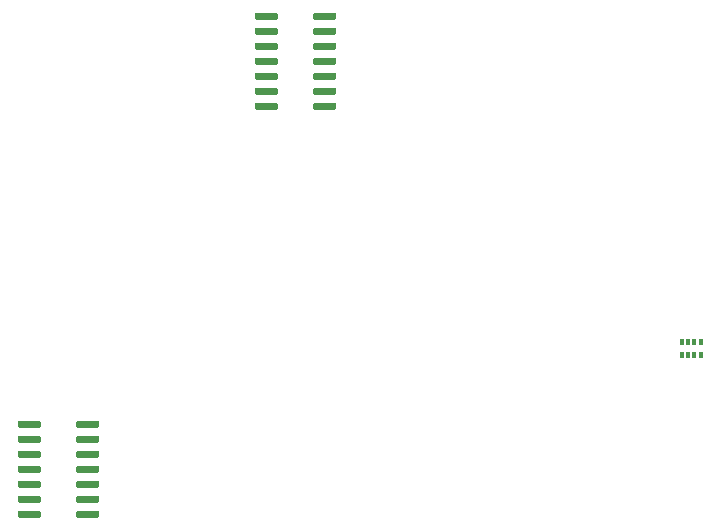
<source format=gbp>
G04 #@! TF.GenerationSoftware,KiCad,Pcbnew,(5.1.2)-1*
G04 #@! TF.CreationDate,2019-07-19T10:40:57+09:00*
G04 #@! TF.ProjectId,Chip_da_Tunetaro,43686970-5f64-4615-9f54-756e65746172,rev?*
G04 #@! TF.SameCoordinates,Original*
G04 #@! TF.FileFunction,Paste,Bot*
G04 #@! TF.FilePolarity,Positive*
%FSLAX46Y46*%
G04 Gerber Fmt 4.6, Leading zero omitted, Abs format (unit mm)*
G04 Created by KiCad (PCBNEW (5.1.2)-1) date 2019-07-19 10:40:57*
%MOMM*%
%LPD*%
G04 APERTURE LIST*
%ADD10R,0.400000X0.600000*%
%ADD11R,0.300000X0.600000*%
%ADD12C,0.100000*%
%ADD13C,0.600000*%
G04 APERTURE END LIST*
D10*
X160800000Y-112700000D03*
D11*
X160250000Y-112700000D03*
X159750000Y-112700000D03*
D10*
X159200000Y-112700000D03*
X159200000Y-113800000D03*
D11*
X159750000Y-113800000D03*
X160250000Y-113800000D03*
D10*
X160800000Y-113800000D03*
D12*
G36*
X109740703Y-126954722D02*
G01*
X109755264Y-126956882D01*
X109769543Y-126960459D01*
X109783403Y-126965418D01*
X109796710Y-126971712D01*
X109809336Y-126979280D01*
X109821159Y-126988048D01*
X109832066Y-126997934D01*
X109841952Y-127008841D01*
X109850720Y-127020664D01*
X109858288Y-127033290D01*
X109864582Y-127046597D01*
X109869541Y-127060457D01*
X109873118Y-127074736D01*
X109875278Y-127089297D01*
X109876000Y-127104000D01*
X109876000Y-127404000D01*
X109875278Y-127418703D01*
X109873118Y-127433264D01*
X109869541Y-127447543D01*
X109864582Y-127461403D01*
X109858288Y-127474710D01*
X109850720Y-127487336D01*
X109841952Y-127499159D01*
X109832066Y-127510066D01*
X109821159Y-127519952D01*
X109809336Y-127528720D01*
X109796710Y-127536288D01*
X109783403Y-127542582D01*
X109769543Y-127547541D01*
X109755264Y-127551118D01*
X109740703Y-127553278D01*
X109726000Y-127554000D01*
X108076000Y-127554000D01*
X108061297Y-127553278D01*
X108046736Y-127551118D01*
X108032457Y-127547541D01*
X108018597Y-127542582D01*
X108005290Y-127536288D01*
X107992664Y-127528720D01*
X107980841Y-127519952D01*
X107969934Y-127510066D01*
X107960048Y-127499159D01*
X107951280Y-127487336D01*
X107943712Y-127474710D01*
X107937418Y-127461403D01*
X107932459Y-127447543D01*
X107928882Y-127433264D01*
X107926722Y-127418703D01*
X107926000Y-127404000D01*
X107926000Y-127104000D01*
X107926722Y-127089297D01*
X107928882Y-127074736D01*
X107932459Y-127060457D01*
X107937418Y-127046597D01*
X107943712Y-127033290D01*
X107951280Y-127020664D01*
X107960048Y-127008841D01*
X107969934Y-126997934D01*
X107980841Y-126988048D01*
X107992664Y-126979280D01*
X108005290Y-126971712D01*
X108018597Y-126965418D01*
X108032457Y-126960459D01*
X108046736Y-126956882D01*
X108061297Y-126954722D01*
X108076000Y-126954000D01*
X109726000Y-126954000D01*
X109740703Y-126954722D01*
X109740703Y-126954722D01*
G37*
D13*
X108901000Y-127254000D03*
D12*
G36*
X109740703Y-125684722D02*
G01*
X109755264Y-125686882D01*
X109769543Y-125690459D01*
X109783403Y-125695418D01*
X109796710Y-125701712D01*
X109809336Y-125709280D01*
X109821159Y-125718048D01*
X109832066Y-125727934D01*
X109841952Y-125738841D01*
X109850720Y-125750664D01*
X109858288Y-125763290D01*
X109864582Y-125776597D01*
X109869541Y-125790457D01*
X109873118Y-125804736D01*
X109875278Y-125819297D01*
X109876000Y-125834000D01*
X109876000Y-126134000D01*
X109875278Y-126148703D01*
X109873118Y-126163264D01*
X109869541Y-126177543D01*
X109864582Y-126191403D01*
X109858288Y-126204710D01*
X109850720Y-126217336D01*
X109841952Y-126229159D01*
X109832066Y-126240066D01*
X109821159Y-126249952D01*
X109809336Y-126258720D01*
X109796710Y-126266288D01*
X109783403Y-126272582D01*
X109769543Y-126277541D01*
X109755264Y-126281118D01*
X109740703Y-126283278D01*
X109726000Y-126284000D01*
X108076000Y-126284000D01*
X108061297Y-126283278D01*
X108046736Y-126281118D01*
X108032457Y-126277541D01*
X108018597Y-126272582D01*
X108005290Y-126266288D01*
X107992664Y-126258720D01*
X107980841Y-126249952D01*
X107969934Y-126240066D01*
X107960048Y-126229159D01*
X107951280Y-126217336D01*
X107943712Y-126204710D01*
X107937418Y-126191403D01*
X107932459Y-126177543D01*
X107928882Y-126163264D01*
X107926722Y-126148703D01*
X107926000Y-126134000D01*
X107926000Y-125834000D01*
X107926722Y-125819297D01*
X107928882Y-125804736D01*
X107932459Y-125790457D01*
X107937418Y-125776597D01*
X107943712Y-125763290D01*
X107951280Y-125750664D01*
X107960048Y-125738841D01*
X107969934Y-125727934D01*
X107980841Y-125718048D01*
X107992664Y-125709280D01*
X108005290Y-125701712D01*
X108018597Y-125695418D01*
X108032457Y-125690459D01*
X108046736Y-125686882D01*
X108061297Y-125684722D01*
X108076000Y-125684000D01*
X109726000Y-125684000D01*
X109740703Y-125684722D01*
X109740703Y-125684722D01*
G37*
D13*
X108901000Y-125984000D03*
D12*
G36*
X109740703Y-124414722D02*
G01*
X109755264Y-124416882D01*
X109769543Y-124420459D01*
X109783403Y-124425418D01*
X109796710Y-124431712D01*
X109809336Y-124439280D01*
X109821159Y-124448048D01*
X109832066Y-124457934D01*
X109841952Y-124468841D01*
X109850720Y-124480664D01*
X109858288Y-124493290D01*
X109864582Y-124506597D01*
X109869541Y-124520457D01*
X109873118Y-124534736D01*
X109875278Y-124549297D01*
X109876000Y-124564000D01*
X109876000Y-124864000D01*
X109875278Y-124878703D01*
X109873118Y-124893264D01*
X109869541Y-124907543D01*
X109864582Y-124921403D01*
X109858288Y-124934710D01*
X109850720Y-124947336D01*
X109841952Y-124959159D01*
X109832066Y-124970066D01*
X109821159Y-124979952D01*
X109809336Y-124988720D01*
X109796710Y-124996288D01*
X109783403Y-125002582D01*
X109769543Y-125007541D01*
X109755264Y-125011118D01*
X109740703Y-125013278D01*
X109726000Y-125014000D01*
X108076000Y-125014000D01*
X108061297Y-125013278D01*
X108046736Y-125011118D01*
X108032457Y-125007541D01*
X108018597Y-125002582D01*
X108005290Y-124996288D01*
X107992664Y-124988720D01*
X107980841Y-124979952D01*
X107969934Y-124970066D01*
X107960048Y-124959159D01*
X107951280Y-124947336D01*
X107943712Y-124934710D01*
X107937418Y-124921403D01*
X107932459Y-124907543D01*
X107928882Y-124893264D01*
X107926722Y-124878703D01*
X107926000Y-124864000D01*
X107926000Y-124564000D01*
X107926722Y-124549297D01*
X107928882Y-124534736D01*
X107932459Y-124520457D01*
X107937418Y-124506597D01*
X107943712Y-124493290D01*
X107951280Y-124480664D01*
X107960048Y-124468841D01*
X107969934Y-124457934D01*
X107980841Y-124448048D01*
X107992664Y-124439280D01*
X108005290Y-124431712D01*
X108018597Y-124425418D01*
X108032457Y-124420459D01*
X108046736Y-124416882D01*
X108061297Y-124414722D01*
X108076000Y-124414000D01*
X109726000Y-124414000D01*
X109740703Y-124414722D01*
X109740703Y-124414722D01*
G37*
D13*
X108901000Y-124714000D03*
D12*
G36*
X109740703Y-123144722D02*
G01*
X109755264Y-123146882D01*
X109769543Y-123150459D01*
X109783403Y-123155418D01*
X109796710Y-123161712D01*
X109809336Y-123169280D01*
X109821159Y-123178048D01*
X109832066Y-123187934D01*
X109841952Y-123198841D01*
X109850720Y-123210664D01*
X109858288Y-123223290D01*
X109864582Y-123236597D01*
X109869541Y-123250457D01*
X109873118Y-123264736D01*
X109875278Y-123279297D01*
X109876000Y-123294000D01*
X109876000Y-123594000D01*
X109875278Y-123608703D01*
X109873118Y-123623264D01*
X109869541Y-123637543D01*
X109864582Y-123651403D01*
X109858288Y-123664710D01*
X109850720Y-123677336D01*
X109841952Y-123689159D01*
X109832066Y-123700066D01*
X109821159Y-123709952D01*
X109809336Y-123718720D01*
X109796710Y-123726288D01*
X109783403Y-123732582D01*
X109769543Y-123737541D01*
X109755264Y-123741118D01*
X109740703Y-123743278D01*
X109726000Y-123744000D01*
X108076000Y-123744000D01*
X108061297Y-123743278D01*
X108046736Y-123741118D01*
X108032457Y-123737541D01*
X108018597Y-123732582D01*
X108005290Y-123726288D01*
X107992664Y-123718720D01*
X107980841Y-123709952D01*
X107969934Y-123700066D01*
X107960048Y-123689159D01*
X107951280Y-123677336D01*
X107943712Y-123664710D01*
X107937418Y-123651403D01*
X107932459Y-123637543D01*
X107928882Y-123623264D01*
X107926722Y-123608703D01*
X107926000Y-123594000D01*
X107926000Y-123294000D01*
X107926722Y-123279297D01*
X107928882Y-123264736D01*
X107932459Y-123250457D01*
X107937418Y-123236597D01*
X107943712Y-123223290D01*
X107951280Y-123210664D01*
X107960048Y-123198841D01*
X107969934Y-123187934D01*
X107980841Y-123178048D01*
X107992664Y-123169280D01*
X108005290Y-123161712D01*
X108018597Y-123155418D01*
X108032457Y-123150459D01*
X108046736Y-123146882D01*
X108061297Y-123144722D01*
X108076000Y-123144000D01*
X109726000Y-123144000D01*
X109740703Y-123144722D01*
X109740703Y-123144722D01*
G37*
D13*
X108901000Y-123444000D03*
D12*
G36*
X109740703Y-121874722D02*
G01*
X109755264Y-121876882D01*
X109769543Y-121880459D01*
X109783403Y-121885418D01*
X109796710Y-121891712D01*
X109809336Y-121899280D01*
X109821159Y-121908048D01*
X109832066Y-121917934D01*
X109841952Y-121928841D01*
X109850720Y-121940664D01*
X109858288Y-121953290D01*
X109864582Y-121966597D01*
X109869541Y-121980457D01*
X109873118Y-121994736D01*
X109875278Y-122009297D01*
X109876000Y-122024000D01*
X109876000Y-122324000D01*
X109875278Y-122338703D01*
X109873118Y-122353264D01*
X109869541Y-122367543D01*
X109864582Y-122381403D01*
X109858288Y-122394710D01*
X109850720Y-122407336D01*
X109841952Y-122419159D01*
X109832066Y-122430066D01*
X109821159Y-122439952D01*
X109809336Y-122448720D01*
X109796710Y-122456288D01*
X109783403Y-122462582D01*
X109769543Y-122467541D01*
X109755264Y-122471118D01*
X109740703Y-122473278D01*
X109726000Y-122474000D01*
X108076000Y-122474000D01*
X108061297Y-122473278D01*
X108046736Y-122471118D01*
X108032457Y-122467541D01*
X108018597Y-122462582D01*
X108005290Y-122456288D01*
X107992664Y-122448720D01*
X107980841Y-122439952D01*
X107969934Y-122430066D01*
X107960048Y-122419159D01*
X107951280Y-122407336D01*
X107943712Y-122394710D01*
X107937418Y-122381403D01*
X107932459Y-122367543D01*
X107928882Y-122353264D01*
X107926722Y-122338703D01*
X107926000Y-122324000D01*
X107926000Y-122024000D01*
X107926722Y-122009297D01*
X107928882Y-121994736D01*
X107932459Y-121980457D01*
X107937418Y-121966597D01*
X107943712Y-121953290D01*
X107951280Y-121940664D01*
X107960048Y-121928841D01*
X107969934Y-121917934D01*
X107980841Y-121908048D01*
X107992664Y-121899280D01*
X108005290Y-121891712D01*
X108018597Y-121885418D01*
X108032457Y-121880459D01*
X108046736Y-121876882D01*
X108061297Y-121874722D01*
X108076000Y-121874000D01*
X109726000Y-121874000D01*
X109740703Y-121874722D01*
X109740703Y-121874722D01*
G37*
D13*
X108901000Y-122174000D03*
D12*
G36*
X109740703Y-120604722D02*
G01*
X109755264Y-120606882D01*
X109769543Y-120610459D01*
X109783403Y-120615418D01*
X109796710Y-120621712D01*
X109809336Y-120629280D01*
X109821159Y-120638048D01*
X109832066Y-120647934D01*
X109841952Y-120658841D01*
X109850720Y-120670664D01*
X109858288Y-120683290D01*
X109864582Y-120696597D01*
X109869541Y-120710457D01*
X109873118Y-120724736D01*
X109875278Y-120739297D01*
X109876000Y-120754000D01*
X109876000Y-121054000D01*
X109875278Y-121068703D01*
X109873118Y-121083264D01*
X109869541Y-121097543D01*
X109864582Y-121111403D01*
X109858288Y-121124710D01*
X109850720Y-121137336D01*
X109841952Y-121149159D01*
X109832066Y-121160066D01*
X109821159Y-121169952D01*
X109809336Y-121178720D01*
X109796710Y-121186288D01*
X109783403Y-121192582D01*
X109769543Y-121197541D01*
X109755264Y-121201118D01*
X109740703Y-121203278D01*
X109726000Y-121204000D01*
X108076000Y-121204000D01*
X108061297Y-121203278D01*
X108046736Y-121201118D01*
X108032457Y-121197541D01*
X108018597Y-121192582D01*
X108005290Y-121186288D01*
X107992664Y-121178720D01*
X107980841Y-121169952D01*
X107969934Y-121160066D01*
X107960048Y-121149159D01*
X107951280Y-121137336D01*
X107943712Y-121124710D01*
X107937418Y-121111403D01*
X107932459Y-121097543D01*
X107928882Y-121083264D01*
X107926722Y-121068703D01*
X107926000Y-121054000D01*
X107926000Y-120754000D01*
X107926722Y-120739297D01*
X107928882Y-120724736D01*
X107932459Y-120710457D01*
X107937418Y-120696597D01*
X107943712Y-120683290D01*
X107951280Y-120670664D01*
X107960048Y-120658841D01*
X107969934Y-120647934D01*
X107980841Y-120638048D01*
X107992664Y-120629280D01*
X108005290Y-120621712D01*
X108018597Y-120615418D01*
X108032457Y-120610459D01*
X108046736Y-120606882D01*
X108061297Y-120604722D01*
X108076000Y-120604000D01*
X109726000Y-120604000D01*
X109740703Y-120604722D01*
X109740703Y-120604722D01*
G37*
D13*
X108901000Y-120904000D03*
D12*
G36*
X109740703Y-119334722D02*
G01*
X109755264Y-119336882D01*
X109769543Y-119340459D01*
X109783403Y-119345418D01*
X109796710Y-119351712D01*
X109809336Y-119359280D01*
X109821159Y-119368048D01*
X109832066Y-119377934D01*
X109841952Y-119388841D01*
X109850720Y-119400664D01*
X109858288Y-119413290D01*
X109864582Y-119426597D01*
X109869541Y-119440457D01*
X109873118Y-119454736D01*
X109875278Y-119469297D01*
X109876000Y-119484000D01*
X109876000Y-119784000D01*
X109875278Y-119798703D01*
X109873118Y-119813264D01*
X109869541Y-119827543D01*
X109864582Y-119841403D01*
X109858288Y-119854710D01*
X109850720Y-119867336D01*
X109841952Y-119879159D01*
X109832066Y-119890066D01*
X109821159Y-119899952D01*
X109809336Y-119908720D01*
X109796710Y-119916288D01*
X109783403Y-119922582D01*
X109769543Y-119927541D01*
X109755264Y-119931118D01*
X109740703Y-119933278D01*
X109726000Y-119934000D01*
X108076000Y-119934000D01*
X108061297Y-119933278D01*
X108046736Y-119931118D01*
X108032457Y-119927541D01*
X108018597Y-119922582D01*
X108005290Y-119916288D01*
X107992664Y-119908720D01*
X107980841Y-119899952D01*
X107969934Y-119890066D01*
X107960048Y-119879159D01*
X107951280Y-119867336D01*
X107943712Y-119854710D01*
X107937418Y-119841403D01*
X107932459Y-119827543D01*
X107928882Y-119813264D01*
X107926722Y-119798703D01*
X107926000Y-119784000D01*
X107926000Y-119484000D01*
X107926722Y-119469297D01*
X107928882Y-119454736D01*
X107932459Y-119440457D01*
X107937418Y-119426597D01*
X107943712Y-119413290D01*
X107951280Y-119400664D01*
X107960048Y-119388841D01*
X107969934Y-119377934D01*
X107980841Y-119368048D01*
X107992664Y-119359280D01*
X108005290Y-119351712D01*
X108018597Y-119345418D01*
X108032457Y-119340459D01*
X108046736Y-119336882D01*
X108061297Y-119334722D01*
X108076000Y-119334000D01*
X109726000Y-119334000D01*
X109740703Y-119334722D01*
X109740703Y-119334722D01*
G37*
D13*
X108901000Y-119634000D03*
D12*
G36*
X104790703Y-119334722D02*
G01*
X104805264Y-119336882D01*
X104819543Y-119340459D01*
X104833403Y-119345418D01*
X104846710Y-119351712D01*
X104859336Y-119359280D01*
X104871159Y-119368048D01*
X104882066Y-119377934D01*
X104891952Y-119388841D01*
X104900720Y-119400664D01*
X104908288Y-119413290D01*
X104914582Y-119426597D01*
X104919541Y-119440457D01*
X104923118Y-119454736D01*
X104925278Y-119469297D01*
X104926000Y-119484000D01*
X104926000Y-119784000D01*
X104925278Y-119798703D01*
X104923118Y-119813264D01*
X104919541Y-119827543D01*
X104914582Y-119841403D01*
X104908288Y-119854710D01*
X104900720Y-119867336D01*
X104891952Y-119879159D01*
X104882066Y-119890066D01*
X104871159Y-119899952D01*
X104859336Y-119908720D01*
X104846710Y-119916288D01*
X104833403Y-119922582D01*
X104819543Y-119927541D01*
X104805264Y-119931118D01*
X104790703Y-119933278D01*
X104776000Y-119934000D01*
X103126000Y-119934000D01*
X103111297Y-119933278D01*
X103096736Y-119931118D01*
X103082457Y-119927541D01*
X103068597Y-119922582D01*
X103055290Y-119916288D01*
X103042664Y-119908720D01*
X103030841Y-119899952D01*
X103019934Y-119890066D01*
X103010048Y-119879159D01*
X103001280Y-119867336D01*
X102993712Y-119854710D01*
X102987418Y-119841403D01*
X102982459Y-119827543D01*
X102978882Y-119813264D01*
X102976722Y-119798703D01*
X102976000Y-119784000D01*
X102976000Y-119484000D01*
X102976722Y-119469297D01*
X102978882Y-119454736D01*
X102982459Y-119440457D01*
X102987418Y-119426597D01*
X102993712Y-119413290D01*
X103001280Y-119400664D01*
X103010048Y-119388841D01*
X103019934Y-119377934D01*
X103030841Y-119368048D01*
X103042664Y-119359280D01*
X103055290Y-119351712D01*
X103068597Y-119345418D01*
X103082457Y-119340459D01*
X103096736Y-119336882D01*
X103111297Y-119334722D01*
X103126000Y-119334000D01*
X104776000Y-119334000D01*
X104790703Y-119334722D01*
X104790703Y-119334722D01*
G37*
D13*
X103951000Y-119634000D03*
D12*
G36*
X104790703Y-120604722D02*
G01*
X104805264Y-120606882D01*
X104819543Y-120610459D01*
X104833403Y-120615418D01*
X104846710Y-120621712D01*
X104859336Y-120629280D01*
X104871159Y-120638048D01*
X104882066Y-120647934D01*
X104891952Y-120658841D01*
X104900720Y-120670664D01*
X104908288Y-120683290D01*
X104914582Y-120696597D01*
X104919541Y-120710457D01*
X104923118Y-120724736D01*
X104925278Y-120739297D01*
X104926000Y-120754000D01*
X104926000Y-121054000D01*
X104925278Y-121068703D01*
X104923118Y-121083264D01*
X104919541Y-121097543D01*
X104914582Y-121111403D01*
X104908288Y-121124710D01*
X104900720Y-121137336D01*
X104891952Y-121149159D01*
X104882066Y-121160066D01*
X104871159Y-121169952D01*
X104859336Y-121178720D01*
X104846710Y-121186288D01*
X104833403Y-121192582D01*
X104819543Y-121197541D01*
X104805264Y-121201118D01*
X104790703Y-121203278D01*
X104776000Y-121204000D01*
X103126000Y-121204000D01*
X103111297Y-121203278D01*
X103096736Y-121201118D01*
X103082457Y-121197541D01*
X103068597Y-121192582D01*
X103055290Y-121186288D01*
X103042664Y-121178720D01*
X103030841Y-121169952D01*
X103019934Y-121160066D01*
X103010048Y-121149159D01*
X103001280Y-121137336D01*
X102993712Y-121124710D01*
X102987418Y-121111403D01*
X102982459Y-121097543D01*
X102978882Y-121083264D01*
X102976722Y-121068703D01*
X102976000Y-121054000D01*
X102976000Y-120754000D01*
X102976722Y-120739297D01*
X102978882Y-120724736D01*
X102982459Y-120710457D01*
X102987418Y-120696597D01*
X102993712Y-120683290D01*
X103001280Y-120670664D01*
X103010048Y-120658841D01*
X103019934Y-120647934D01*
X103030841Y-120638048D01*
X103042664Y-120629280D01*
X103055290Y-120621712D01*
X103068597Y-120615418D01*
X103082457Y-120610459D01*
X103096736Y-120606882D01*
X103111297Y-120604722D01*
X103126000Y-120604000D01*
X104776000Y-120604000D01*
X104790703Y-120604722D01*
X104790703Y-120604722D01*
G37*
D13*
X103951000Y-120904000D03*
D12*
G36*
X104790703Y-121874722D02*
G01*
X104805264Y-121876882D01*
X104819543Y-121880459D01*
X104833403Y-121885418D01*
X104846710Y-121891712D01*
X104859336Y-121899280D01*
X104871159Y-121908048D01*
X104882066Y-121917934D01*
X104891952Y-121928841D01*
X104900720Y-121940664D01*
X104908288Y-121953290D01*
X104914582Y-121966597D01*
X104919541Y-121980457D01*
X104923118Y-121994736D01*
X104925278Y-122009297D01*
X104926000Y-122024000D01*
X104926000Y-122324000D01*
X104925278Y-122338703D01*
X104923118Y-122353264D01*
X104919541Y-122367543D01*
X104914582Y-122381403D01*
X104908288Y-122394710D01*
X104900720Y-122407336D01*
X104891952Y-122419159D01*
X104882066Y-122430066D01*
X104871159Y-122439952D01*
X104859336Y-122448720D01*
X104846710Y-122456288D01*
X104833403Y-122462582D01*
X104819543Y-122467541D01*
X104805264Y-122471118D01*
X104790703Y-122473278D01*
X104776000Y-122474000D01*
X103126000Y-122474000D01*
X103111297Y-122473278D01*
X103096736Y-122471118D01*
X103082457Y-122467541D01*
X103068597Y-122462582D01*
X103055290Y-122456288D01*
X103042664Y-122448720D01*
X103030841Y-122439952D01*
X103019934Y-122430066D01*
X103010048Y-122419159D01*
X103001280Y-122407336D01*
X102993712Y-122394710D01*
X102987418Y-122381403D01*
X102982459Y-122367543D01*
X102978882Y-122353264D01*
X102976722Y-122338703D01*
X102976000Y-122324000D01*
X102976000Y-122024000D01*
X102976722Y-122009297D01*
X102978882Y-121994736D01*
X102982459Y-121980457D01*
X102987418Y-121966597D01*
X102993712Y-121953290D01*
X103001280Y-121940664D01*
X103010048Y-121928841D01*
X103019934Y-121917934D01*
X103030841Y-121908048D01*
X103042664Y-121899280D01*
X103055290Y-121891712D01*
X103068597Y-121885418D01*
X103082457Y-121880459D01*
X103096736Y-121876882D01*
X103111297Y-121874722D01*
X103126000Y-121874000D01*
X104776000Y-121874000D01*
X104790703Y-121874722D01*
X104790703Y-121874722D01*
G37*
D13*
X103951000Y-122174000D03*
D12*
G36*
X104790703Y-123144722D02*
G01*
X104805264Y-123146882D01*
X104819543Y-123150459D01*
X104833403Y-123155418D01*
X104846710Y-123161712D01*
X104859336Y-123169280D01*
X104871159Y-123178048D01*
X104882066Y-123187934D01*
X104891952Y-123198841D01*
X104900720Y-123210664D01*
X104908288Y-123223290D01*
X104914582Y-123236597D01*
X104919541Y-123250457D01*
X104923118Y-123264736D01*
X104925278Y-123279297D01*
X104926000Y-123294000D01*
X104926000Y-123594000D01*
X104925278Y-123608703D01*
X104923118Y-123623264D01*
X104919541Y-123637543D01*
X104914582Y-123651403D01*
X104908288Y-123664710D01*
X104900720Y-123677336D01*
X104891952Y-123689159D01*
X104882066Y-123700066D01*
X104871159Y-123709952D01*
X104859336Y-123718720D01*
X104846710Y-123726288D01*
X104833403Y-123732582D01*
X104819543Y-123737541D01*
X104805264Y-123741118D01*
X104790703Y-123743278D01*
X104776000Y-123744000D01*
X103126000Y-123744000D01*
X103111297Y-123743278D01*
X103096736Y-123741118D01*
X103082457Y-123737541D01*
X103068597Y-123732582D01*
X103055290Y-123726288D01*
X103042664Y-123718720D01*
X103030841Y-123709952D01*
X103019934Y-123700066D01*
X103010048Y-123689159D01*
X103001280Y-123677336D01*
X102993712Y-123664710D01*
X102987418Y-123651403D01*
X102982459Y-123637543D01*
X102978882Y-123623264D01*
X102976722Y-123608703D01*
X102976000Y-123594000D01*
X102976000Y-123294000D01*
X102976722Y-123279297D01*
X102978882Y-123264736D01*
X102982459Y-123250457D01*
X102987418Y-123236597D01*
X102993712Y-123223290D01*
X103001280Y-123210664D01*
X103010048Y-123198841D01*
X103019934Y-123187934D01*
X103030841Y-123178048D01*
X103042664Y-123169280D01*
X103055290Y-123161712D01*
X103068597Y-123155418D01*
X103082457Y-123150459D01*
X103096736Y-123146882D01*
X103111297Y-123144722D01*
X103126000Y-123144000D01*
X104776000Y-123144000D01*
X104790703Y-123144722D01*
X104790703Y-123144722D01*
G37*
D13*
X103951000Y-123444000D03*
D12*
G36*
X104790703Y-124414722D02*
G01*
X104805264Y-124416882D01*
X104819543Y-124420459D01*
X104833403Y-124425418D01*
X104846710Y-124431712D01*
X104859336Y-124439280D01*
X104871159Y-124448048D01*
X104882066Y-124457934D01*
X104891952Y-124468841D01*
X104900720Y-124480664D01*
X104908288Y-124493290D01*
X104914582Y-124506597D01*
X104919541Y-124520457D01*
X104923118Y-124534736D01*
X104925278Y-124549297D01*
X104926000Y-124564000D01*
X104926000Y-124864000D01*
X104925278Y-124878703D01*
X104923118Y-124893264D01*
X104919541Y-124907543D01*
X104914582Y-124921403D01*
X104908288Y-124934710D01*
X104900720Y-124947336D01*
X104891952Y-124959159D01*
X104882066Y-124970066D01*
X104871159Y-124979952D01*
X104859336Y-124988720D01*
X104846710Y-124996288D01*
X104833403Y-125002582D01*
X104819543Y-125007541D01*
X104805264Y-125011118D01*
X104790703Y-125013278D01*
X104776000Y-125014000D01*
X103126000Y-125014000D01*
X103111297Y-125013278D01*
X103096736Y-125011118D01*
X103082457Y-125007541D01*
X103068597Y-125002582D01*
X103055290Y-124996288D01*
X103042664Y-124988720D01*
X103030841Y-124979952D01*
X103019934Y-124970066D01*
X103010048Y-124959159D01*
X103001280Y-124947336D01*
X102993712Y-124934710D01*
X102987418Y-124921403D01*
X102982459Y-124907543D01*
X102978882Y-124893264D01*
X102976722Y-124878703D01*
X102976000Y-124864000D01*
X102976000Y-124564000D01*
X102976722Y-124549297D01*
X102978882Y-124534736D01*
X102982459Y-124520457D01*
X102987418Y-124506597D01*
X102993712Y-124493290D01*
X103001280Y-124480664D01*
X103010048Y-124468841D01*
X103019934Y-124457934D01*
X103030841Y-124448048D01*
X103042664Y-124439280D01*
X103055290Y-124431712D01*
X103068597Y-124425418D01*
X103082457Y-124420459D01*
X103096736Y-124416882D01*
X103111297Y-124414722D01*
X103126000Y-124414000D01*
X104776000Y-124414000D01*
X104790703Y-124414722D01*
X104790703Y-124414722D01*
G37*
D13*
X103951000Y-124714000D03*
D12*
G36*
X104790703Y-125684722D02*
G01*
X104805264Y-125686882D01*
X104819543Y-125690459D01*
X104833403Y-125695418D01*
X104846710Y-125701712D01*
X104859336Y-125709280D01*
X104871159Y-125718048D01*
X104882066Y-125727934D01*
X104891952Y-125738841D01*
X104900720Y-125750664D01*
X104908288Y-125763290D01*
X104914582Y-125776597D01*
X104919541Y-125790457D01*
X104923118Y-125804736D01*
X104925278Y-125819297D01*
X104926000Y-125834000D01*
X104926000Y-126134000D01*
X104925278Y-126148703D01*
X104923118Y-126163264D01*
X104919541Y-126177543D01*
X104914582Y-126191403D01*
X104908288Y-126204710D01*
X104900720Y-126217336D01*
X104891952Y-126229159D01*
X104882066Y-126240066D01*
X104871159Y-126249952D01*
X104859336Y-126258720D01*
X104846710Y-126266288D01*
X104833403Y-126272582D01*
X104819543Y-126277541D01*
X104805264Y-126281118D01*
X104790703Y-126283278D01*
X104776000Y-126284000D01*
X103126000Y-126284000D01*
X103111297Y-126283278D01*
X103096736Y-126281118D01*
X103082457Y-126277541D01*
X103068597Y-126272582D01*
X103055290Y-126266288D01*
X103042664Y-126258720D01*
X103030841Y-126249952D01*
X103019934Y-126240066D01*
X103010048Y-126229159D01*
X103001280Y-126217336D01*
X102993712Y-126204710D01*
X102987418Y-126191403D01*
X102982459Y-126177543D01*
X102978882Y-126163264D01*
X102976722Y-126148703D01*
X102976000Y-126134000D01*
X102976000Y-125834000D01*
X102976722Y-125819297D01*
X102978882Y-125804736D01*
X102982459Y-125790457D01*
X102987418Y-125776597D01*
X102993712Y-125763290D01*
X103001280Y-125750664D01*
X103010048Y-125738841D01*
X103019934Y-125727934D01*
X103030841Y-125718048D01*
X103042664Y-125709280D01*
X103055290Y-125701712D01*
X103068597Y-125695418D01*
X103082457Y-125690459D01*
X103096736Y-125686882D01*
X103111297Y-125684722D01*
X103126000Y-125684000D01*
X104776000Y-125684000D01*
X104790703Y-125684722D01*
X104790703Y-125684722D01*
G37*
D13*
X103951000Y-125984000D03*
D12*
G36*
X104790703Y-126954722D02*
G01*
X104805264Y-126956882D01*
X104819543Y-126960459D01*
X104833403Y-126965418D01*
X104846710Y-126971712D01*
X104859336Y-126979280D01*
X104871159Y-126988048D01*
X104882066Y-126997934D01*
X104891952Y-127008841D01*
X104900720Y-127020664D01*
X104908288Y-127033290D01*
X104914582Y-127046597D01*
X104919541Y-127060457D01*
X104923118Y-127074736D01*
X104925278Y-127089297D01*
X104926000Y-127104000D01*
X104926000Y-127404000D01*
X104925278Y-127418703D01*
X104923118Y-127433264D01*
X104919541Y-127447543D01*
X104914582Y-127461403D01*
X104908288Y-127474710D01*
X104900720Y-127487336D01*
X104891952Y-127499159D01*
X104882066Y-127510066D01*
X104871159Y-127519952D01*
X104859336Y-127528720D01*
X104846710Y-127536288D01*
X104833403Y-127542582D01*
X104819543Y-127547541D01*
X104805264Y-127551118D01*
X104790703Y-127553278D01*
X104776000Y-127554000D01*
X103126000Y-127554000D01*
X103111297Y-127553278D01*
X103096736Y-127551118D01*
X103082457Y-127547541D01*
X103068597Y-127542582D01*
X103055290Y-127536288D01*
X103042664Y-127528720D01*
X103030841Y-127519952D01*
X103019934Y-127510066D01*
X103010048Y-127499159D01*
X103001280Y-127487336D01*
X102993712Y-127474710D01*
X102987418Y-127461403D01*
X102982459Y-127447543D01*
X102978882Y-127433264D01*
X102976722Y-127418703D01*
X102976000Y-127404000D01*
X102976000Y-127104000D01*
X102976722Y-127089297D01*
X102978882Y-127074736D01*
X102982459Y-127060457D01*
X102987418Y-127046597D01*
X102993712Y-127033290D01*
X103001280Y-127020664D01*
X103010048Y-127008841D01*
X103019934Y-126997934D01*
X103030841Y-126988048D01*
X103042664Y-126979280D01*
X103055290Y-126971712D01*
X103068597Y-126965418D01*
X103082457Y-126960459D01*
X103096736Y-126956882D01*
X103111297Y-126954722D01*
X103126000Y-126954000D01*
X104776000Y-126954000D01*
X104790703Y-126954722D01*
X104790703Y-126954722D01*
G37*
D13*
X103951000Y-127254000D03*
D12*
G36*
X124856703Y-92410722D02*
G01*
X124871264Y-92412882D01*
X124885543Y-92416459D01*
X124899403Y-92421418D01*
X124912710Y-92427712D01*
X124925336Y-92435280D01*
X124937159Y-92444048D01*
X124948066Y-92453934D01*
X124957952Y-92464841D01*
X124966720Y-92476664D01*
X124974288Y-92489290D01*
X124980582Y-92502597D01*
X124985541Y-92516457D01*
X124989118Y-92530736D01*
X124991278Y-92545297D01*
X124992000Y-92560000D01*
X124992000Y-92860000D01*
X124991278Y-92874703D01*
X124989118Y-92889264D01*
X124985541Y-92903543D01*
X124980582Y-92917403D01*
X124974288Y-92930710D01*
X124966720Y-92943336D01*
X124957952Y-92955159D01*
X124948066Y-92966066D01*
X124937159Y-92975952D01*
X124925336Y-92984720D01*
X124912710Y-92992288D01*
X124899403Y-92998582D01*
X124885543Y-93003541D01*
X124871264Y-93007118D01*
X124856703Y-93009278D01*
X124842000Y-93010000D01*
X123192000Y-93010000D01*
X123177297Y-93009278D01*
X123162736Y-93007118D01*
X123148457Y-93003541D01*
X123134597Y-92998582D01*
X123121290Y-92992288D01*
X123108664Y-92984720D01*
X123096841Y-92975952D01*
X123085934Y-92966066D01*
X123076048Y-92955159D01*
X123067280Y-92943336D01*
X123059712Y-92930710D01*
X123053418Y-92917403D01*
X123048459Y-92903543D01*
X123044882Y-92889264D01*
X123042722Y-92874703D01*
X123042000Y-92860000D01*
X123042000Y-92560000D01*
X123042722Y-92545297D01*
X123044882Y-92530736D01*
X123048459Y-92516457D01*
X123053418Y-92502597D01*
X123059712Y-92489290D01*
X123067280Y-92476664D01*
X123076048Y-92464841D01*
X123085934Y-92453934D01*
X123096841Y-92444048D01*
X123108664Y-92435280D01*
X123121290Y-92427712D01*
X123134597Y-92421418D01*
X123148457Y-92416459D01*
X123162736Y-92412882D01*
X123177297Y-92410722D01*
X123192000Y-92410000D01*
X124842000Y-92410000D01*
X124856703Y-92410722D01*
X124856703Y-92410722D01*
G37*
D13*
X124017000Y-92710000D03*
D12*
G36*
X124856703Y-91140722D02*
G01*
X124871264Y-91142882D01*
X124885543Y-91146459D01*
X124899403Y-91151418D01*
X124912710Y-91157712D01*
X124925336Y-91165280D01*
X124937159Y-91174048D01*
X124948066Y-91183934D01*
X124957952Y-91194841D01*
X124966720Y-91206664D01*
X124974288Y-91219290D01*
X124980582Y-91232597D01*
X124985541Y-91246457D01*
X124989118Y-91260736D01*
X124991278Y-91275297D01*
X124992000Y-91290000D01*
X124992000Y-91590000D01*
X124991278Y-91604703D01*
X124989118Y-91619264D01*
X124985541Y-91633543D01*
X124980582Y-91647403D01*
X124974288Y-91660710D01*
X124966720Y-91673336D01*
X124957952Y-91685159D01*
X124948066Y-91696066D01*
X124937159Y-91705952D01*
X124925336Y-91714720D01*
X124912710Y-91722288D01*
X124899403Y-91728582D01*
X124885543Y-91733541D01*
X124871264Y-91737118D01*
X124856703Y-91739278D01*
X124842000Y-91740000D01*
X123192000Y-91740000D01*
X123177297Y-91739278D01*
X123162736Y-91737118D01*
X123148457Y-91733541D01*
X123134597Y-91728582D01*
X123121290Y-91722288D01*
X123108664Y-91714720D01*
X123096841Y-91705952D01*
X123085934Y-91696066D01*
X123076048Y-91685159D01*
X123067280Y-91673336D01*
X123059712Y-91660710D01*
X123053418Y-91647403D01*
X123048459Y-91633543D01*
X123044882Y-91619264D01*
X123042722Y-91604703D01*
X123042000Y-91590000D01*
X123042000Y-91290000D01*
X123042722Y-91275297D01*
X123044882Y-91260736D01*
X123048459Y-91246457D01*
X123053418Y-91232597D01*
X123059712Y-91219290D01*
X123067280Y-91206664D01*
X123076048Y-91194841D01*
X123085934Y-91183934D01*
X123096841Y-91174048D01*
X123108664Y-91165280D01*
X123121290Y-91157712D01*
X123134597Y-91151418D01*
X123148457Y-91146459D01*
X123162736Y-91142882D01*
X123177297Y-91140722D01*
X123192000Y-91140000D01*
X124842000Y-91140000D01*
X124856703Y-91140722D01*
X124856703Y-91140722D01*
G37*
D13*
X124017000Y-91440000D03*
D12*
G36*
X124856703Y-89870722D02*
G01*
X124871264Y-89872882D01*
X124885543Y-89876459D01*
X124899403Y-89881418D01*
X124912710Y-89887712D01*
X124925336Y-89895280D01*
X124937159Y-89904048D01*
X124948066Y-89913934D01*
X124957952Y-89924841D01*
X124966720Y-89936664D01*
X124974288Y-89949290D01*
X124980582Y-89962597D01*
X124985541Y-89976457D01*
X124989118Y-89990736D01*
X124991278Y-90005297D01*
X124992000Y-90020000D01*
X124992000Y-90320000D01*
X124991278Y-90334703D01*
X124989118Y-90349264D01*
X124985541Y-90363543D01*
X124980582Y-90377403D01*
X124974288Y-90390710D01*
X124966720Y-90403336D01*
X124957952Y-90415159D01*
X124948066Y-90426066D01*
X124937159Y-90435952D01*
X124925336Y-90444720D01*
X124912710Y-90452288D01*
X124899403Y-90458582D01*
X124885543Y-90463541D01*
X124871264Y-90467118D01*
X124856703Y-90469278D01*
X124842000Y-90470000D01*
X123192000Y-90470000D01*
X123177297Y-90469278D01*
X123162736Y-90467118D01*
X123148457Y-90463541D01*
X123134597Y-90458582D01*
X123121290Y-90452288D01*
X123108664Y-90444720D01*
X123096841Y-90435952D01*
X123085934Y-90426066D01*
X123076048Y-90415159D01*
X123067280Y-90403336D01*
X123059712Y-90390710D01*
X123053418Y-90377403D01*
X123048459Y-90363543D01*
X123044882Y-90349264D01*
X123042722Y-90334703D01*
X123042000Y-90320000D01*
X123042000Y-90020000D01*
X123042722Y-90005297D01*
X123044882Y-89990736D01*
X123048459Y-89976457D01*
X123053418Y-89962597D01*
X123059712Y-89949290D01*
X123067280Y-89936664D01*
X123076048Y-89924841D01*
X123085934Y-89913934D01*
X123096841Y-89904048D01*
X123108664Y-89895280D01*
X123121290Y-89887712D01*
X123134597Y-89881418D01*
X123148457Y-89876459D01*
X123162736Y-89872882D01*
X123177297Y-89870722D01*
X123192000Y-89870000D01*
X124842000Y-89870000D01*
X124856703Y-89870722D01*
X124856703Y-89870722D01*
G37*
D13*
X124017000Y-90170000D03*
D12*
G36*
X124856703Y-88600722D02*
G01*
X124871264Y-88602882D01*
X124885543Y-88606459D01*
X124899403Y-88611418D01*
X124912710Y-88617712D01*
X124925336Y-88625280D01*
X124937159Y-88634048D01*
X124948066Y-88643934D01*
X124957952Y-88654841D01*
X124966720Y-88666664D01*
X124974288Y-88679290D01*
X124980582Y-88692597D01*
X124985541Y-88706457D01*
X124989118Y-88720736D01*
X124991278Y-88735297D01*
X124992000Y-88750000D01*
X124992000Y-89050000D01*
X124991278Y-89064703D01*
X124989118Y-89079264D01*
X124985541Y-89093543D01*
X124980582Y-89107403D01*
X124974288Y-89120710D01*
X124966720Y-89133336D01*
X124957952Y-89145159D01*
X124948066Y-89156066D01*
X124937159Y-89165952D01*
X124925336Y-89174720D01*
X124912710Y-89182288D01*
X124899403Y-89188582D01*
X124885543Y-89193541D01*
X124871264Y-89197118D01*
X124856703Y-89199278D01*
X124842000Y-89200000D01*
X123192000Y-89200000D01*
X123177297Y-89199278D01*
X123162736Y-89197118D01*
X123148457Y-89193541D01*
X123134597Y-89188582D01*
X123121290Y-89182288D01*
X123108664Y-89174720D01*
X123096841Y-89165952D01*
X123085934Y-89156066D01*
X123076048Y-89145159D01*
X123067280Y-89133336D01*
X123059712Y-89120710D01*
X123053418Y-89107403D01*
X123048459Y-89093543D01*
X123044882Y-89079264D01*
X123042722Y-89064703D01*
X123042000Y-89050000D01*
X123042000Y-88750000D01*
X123042722Y-88735297D01*
X123044882Y-88720736D01*
X123048459Y-88706457D01*
X123053418Y-88692597D01*
X123059712Y-88679290D01*
X123067280Y-88666664D01*
X123076048Y-88654841D01*
X123085934Y-88643934D01*
X123096841Y-88634048D01*
X123108664Y-88625280D01*
X123121290Y-88617712D01*
X123134597Y-88611418D01*
X123148457Y-88606459D01*
X123162736Y-88602882D01*
X123177297Y-88600722D01*
X123192000Y-88600000D01*
X124842000Y-88600000D01*
X124856703Y-88600722D01*
X124856703Y-88600722D01*
G37*
D13*
X124017000Y-88900000D03*
D12*
G36*
X124856703Y-87330722D02*
G01*
X124871264Y-87332882D01*
X124885543Y-87336459D01*
X124899403Y-87341418D01*
X124912710Y-87347712D01*
X124925336Y-87355280D01*
X124937159Y-87364048D01*
X124948066Y-87373934D01*
X124957952Y-87384841D01*
X124966720Y-87396664D01*
X124974288Y-87409290D01*
X124980582Y-87422597D01*
X124985541Y-87436457D01*
X124989118Y-87450736D01*
X124991278Y-87465297D01*
X124992000Y-87480000D01*
X124992000Y-87780000D01*
X124991278Y-87794703D01*
X124989118Y-87809264D01*
X124985541Y-87823543D01*
X124980582Y-87837403D01*
X124974288Y-87850710D01*
X124966720Y-87863336D01*
X124957952Y-87875159D01*
X124948066Y-87886066D01*
X124937159Y-87895952D01*
X124925336Y-87904720D01*
X124912710Y-87912288D01*
X124899403Y-87918582D01*
X124885543Y-87923541D01*
X124871264Y-87927118D01*
X124856703Y-87929278D01*
X124842000Y-87930000D01*
X123192000Y-87930000D01*
X123177297Y-87929278D01*
X123162736Y-87927118D01*
X123148457Y-87923541D01*
X123134597Y-87918582D01*
X123121290Y-87912288D01*
X123108664Y-87904720D01*
X123096841Y-87895952D01*
X123085934Y-87886066D01*
X123076048Y-87875159D01*
X123067280Y-87863336D01*
X123059712Y-87850710D01*
X123053418Y-87837403D01*
X123048459Y-87823543D01*
X123044882Y-87809264D01*
X123042722Y-87794703D01*
X123042000Y-87780000D01*
X123042000Y-87480000D01*
X123042722Y-87465297D01*
X123044882Y-87450736D01*
X123048459Y-87436457D01*
X123053418Y-87422597D01*
X123059712Y-87409290D01*
X123067280Y-87396664D01*
X123076048Y-87384841D01*
X123085934Y-87373934D01*
X123096841Y-87364048D01*
X123108664Y-87355280D01*
X123121290Y-87347712D01*
X123134597Y-87341418D01*
X123148457Y-87336459D01*
X123162736Y-87332882D01*
X123177297Y-87330722D01*
X123192000Y-87330000D01*
X124842000Y-87330000D01*
X124856703Y-87330722D01*
X124856703Y-87330722D01*
G37*
D13*
X124017000Y-87630000D03*
D12*
G36*
X124856703Y-86060722D02*
G01*
X124871264Y-86062882D01*
X124885543Y-86066459D01*
X124899403Y-86071418D01*
X124912710Y-86077712D01*
X124925336Y-86085280D01*
X124937159Y-86094048D01*
X124948066Y-86103934D01*
X124957952Y-86114841D01*
X124966720Y-86126664D01*
X124974288Y-86139290D01*
X124980582Y-86152597D01*
X124985541Y-86166457D01*
X124989118Y-86180736D01*
X124991278Y-86195297D01*
X124992000Y-86210000D01*
X124992000Y-86510000D01*
X124991278Y-86524703D01*
X124989118Y-86539264D01*
X124985541Y-86553543D01*
X124980582Y-86567403D01*
X124974288Y-86580710D01*
X124966720Y-86593336D01*
X124957952Y-86605159D01*
X124948066Y-86616066D01*
X124937159Y-86625952D01*
X124925336Y-86634720D01*
X124912710Y-86642288D01*
X124899403Y-86648582D01*
X124885543Y-86653541D01*
X124871264Y-86657118D01*
X124856703Y-86659278D01*
X124842000Y-86660000D01*
X123192000Y-86660000D01*
X123177297Y-86659278D01*
X123162736Y-86657118D01*
X123148457Y-86653541D01*
X123134597Y-86648582D01*
X123121290Y-86642288D01*
X123108664Y-86634720D01*
X123096841Y-86625952D01*
X123085934Y-86616066D01*
X123076048Y-86605159D01*
X123067280Y-86593336D01*
X123059712Y-86580710D01*
X123053418Y-86567403D01*
X123048459Y-86553543D01*
X123044882Y-86539264D01*
X123042722Y-86524703D01*
X123042000Y-86510000D01*
X123042000Y-86210000D01*
X123042722Y-86195297D01*
X123044882Y-86180736D01*
X123048459Y-86166457D01*
X123053418Y-86152597D01*
X123059712Y-86139290D01*
X123067280Y-86126664D01*
X123076048Y-86114841D01*
X123085934Y-86103934D01*
X123096841Y-86094048D01*
X123108664Y-86085280D01*
X123121290Y-86077712D01*
X123134597Y-86071418D01*
X123148457Y-86066459D01*
X123162736Y-86062882D01*
X123177297Y-86060722D01*
X123192000Y-86060000D01*
X124842000Y-86060000D01*
X124856703Y-86060722D01*
X124856703Y-86060722D01*
G37*
D13*
X124017000Y-86360000D03*
D12*
G36*
X124856703Y-84790722D02*
G01*
X124871264Y-84792882D01*
X124885543Y-84796459D01*
X124899403Y-84801418D01*
X124912710Y-84807712D01*
X124925336Y-84815280D01*
X124937159Y-84824048D01*
X124948066Y-84833934D01*
X124957952Y-84844841D01*
X124966720Y-84856664D01*
X124974288Y-84869290D01*
X124980582Y-84882597D01*
X124985541Y-84896457D01*
X124989118Y-84910736D01*
X124991278Y-84925297D01*
X124992000Y-84940000D01*
X124992000Y-85240000D01*
X124991278Y-85254703D01*
X124989118Y-85269264D01*
X124985541Y-85283543D01*
X124980582Y-85297403D01*
X124974288Y-85310710D01*
X124966720Y-85323336D01*
X124957952Y-85335159D01*
X124948066Y-85346066D01*
X124937159Y-85355952D01*
X124925336Y-85364720D01*
X124912710Y-85372288D01*
X124899403Y-85378582D01*
X124885543Y-85383541D01*
X124871264Y-85387118D01*
X124856703Y-85389278D01*
X124842000Y-85390000D01*
X123192000Y-85390000D01*
X123177297Y-85389278D01*
X123162736Y-85387118D01*
X123148457Y-85383541D01*
X123134597Y-85378582D01*
X123121290Y-85372288D01*
X123108664Y-85364720D01*
X123096841Y-85355952D01*
X123085934Y-85346066D01*
X123076048Y-85335159D01*
X123067280Y-85323336D01*
X123059712Y-85310710D01*
X123053418Y-85297403D01*
X123048459Y-85283543D01*
X123044882Y-85269264D01*
X123042722Y-85254703D01*
X123042000Y-85240000D01*
X123042000Y-84940000D01*
X123042722Y-84925297D01*
X123044882Y-84910736D01*
X123048459Y-84896457D01*
X123053418Y-84882597D01*
X123059712Y-84869290D01*
X123067280Y-84856664D01*
X123076048Y-84844841D01*
X123085934Y-84833934D01*
X123096841Y-84824048D01*
X123108664Y-84815280D01*
X123121290Y-84807712D01*
X123134597Y-84801418D01*
X123148457Y-84796459D01*
X123162736Y-84792882D01*
X123177297Y-84790722D01*
X123192000Y-84790000D01*
X124842000Y-84790000D01*
X124856703Y-84790722D01*
X124856703Y-84790722D01*
G37*
D13*
X124017000Y-85090000D03*
D12*
G36*
X129806703Y-84790722D02*
G01*
X129821264Y-84792882D01*
X129835543Y-84796459D01*
X129849403Y-84801418D01*
X129862710Y-84807712D01*
X129875336Y-84815280D01*
X129887159Y-84824048D01*
X129898066Y-84833934D01*
X129907952Y-84844841D01*
X129916720Y-84856664D01*
X129924288Y-84869290D01*
X129930582Y-84882597D01*
X129935541Y-84896457D01*
X129939118Y-84910736D01*
X129941278Y-84925297D01*
X129942000Y-84940000D01*
X129942000Y-85240000D01*
X129941278Y-85254703D01*
X129939118Y-85269264D01*
X129935541Y-85283543D01*
X129930582Y-85297403D01*
X129924288Y-85310710D01*
X129916720Y-85323336D01*
X129907952Y-85335159D01*
X129898066Y-85346066D01*
X129887159Y-85355952D01*
X129875336Y-85364720D01*
X129862710Y-85372288D01*
X129849403Y-85378582D01*
X129835543Y-85383541D01*
X129821264Y-85387118D01*
X129806703Y-85389278D01*
X129792000Y-85390000D01*
X128142000Y-85390000D01*
X128127297Y-85389278D01*
X128112736Y-85387118D01*
X128098457Y-85383541D01*
X128084597Y-85378582D01*
X128071290Y-85372288D01*
X128058664Y-85364720D01*
X128046841Y-85355952D01*
X128035934Y-85346066D01*
X128026048Y-85335159D01*
X128017280Y-85323336D01*
X128009712Y-85310710D01*
X128003418Y-85297403D01*
X127998459Y-85283543D01*
X127994882Y-85269264D01*
X127992722Y-85254703D01*
X127992000Y-85240000D01*
X127992000Y-84940000D01*
X127992722Y-84925297D01*
X127994882Y-84910736D01*
X127998459Y-84896457D01*
X128003418Y-84882597D01*
X128009712Y-84869290D01*
X128017280Y-84856664D01*
X128026048Y-84844841D01*
X128035934Y-84833934D01*
X128046841Y-84824048D01*
X128058664Y-84815280D01*
X128071290Y-84807712D01*
X128084597Y-84801418D01*
X128098457Y-84796459D01*
X128112736Y-84792882D01*
X128127297Y-84790722D01*
X128142000Y-84790000D01*
X129792000Y-84790000D01*
X129806703Y-84790722D01*
X129806703Y-84790722D01*
G37*
D13*
X128967000Y-85090000D03*
D12*
G36*
X129806703Y-86060722D02*
G01*
X129821264Y-86062882D01*
X129835543Y-86066459D01*
X129849403Y-86071418D01*
X129862710Y-86077712D01*
X129875336Y-86085280D01*
X129887159Y-86094048D01*
X129898066Y-86103934D01*
X129907952Y-86114841D01*
X129916720Y-86126664D01*
X129924288Y-86139290D01*
X129930582Y-86152597D01*
X129935541Y-86166457D01*
X129939118Y-86180736D01*
X129941278Y-86195297D01*
X129942000Y-86210000D01*
X129942000Y-86510000D01*
X129941278Y-86524703D01*
X129939118Y-86539264D01*
X129935541Y-86553543D01*
X129930582Y-86567403D01*
X129924288Y-86580710D01*
X129916720Y-86593336D01*
X129907952Y-86605159D01*
X129898066Y-86616066D01*
X129887159Y-86625952D01*
X129875336Y-86634720D01*
X129862710Y-86642288D01*
X129849403Y-86648582D01*
X129835543Y-86653541D01*
X129821264Y-86657118D01*
X129806703Y-86659278D01*
X129792000Y-86660000D01*
X128142000Y-86660000D01*
X128127297Y-86659278D01*
X128112736Y-86657118D01*
X128098457Y-86653541D01*
X128084597Y-86648582D01*
X128071290Y-86642288D01*
X128058664Y-86634720D01*
X128046841Y-86625952D01*
X128035934Y-86616066D01*
X128026048Y-86605159D01*
X128017280Y-86593336D01*
X128009712Y-86580710D01*
X128003418Y-86567403D01*
X127998459Y-86553543D01*
X127994882Y-86539264D01*
X127992722Y-86524703D01*
X127992000Y-86510000D01*
X127992000Y-86210000D01*
X127992722Y-86195297D01*
X127994882Y-86180736D01*
X127998459Y-86166457D01*
X128003418Y-86152597D01*
X128009712Y-86139290D01*
X128017280Y-86126664D01*
X128026048Y-86114841D01*
X128035934Y-86103934D01*
X128046841Y-86094048D01*
X128058664Y-86085280D01*
X128071290Y-86077712D01*
X128084597Y-86071418D01*
X128098457Y-86066459D01*
X128112736Y-86062882D01*
X128127297Y-86060722D01*
X128142000Y-86060000D01*
X129792000Y-86060000D01*
X129806703Y-86060722D01*
X129806703Y-86060722D01*
G37*
D13*
X128967000Y-86360000D03*
D12*
G36*
X129806703Y-87330722D02*
G01*
X129821264Y-87332882D01*
X129835543Y-87336459D01*
X129849403Y-87341418D01*
X129862710Y-87347712D01*
X129875336Y-87355280D01*
X129887159Y-87364048D01*
X129898066Y-87373934D01*
X129907952Y-87384841D01*
X129916720Y-87396664D01*
X129924288Y-87409290D01*
X129930582Y-87422597D01*
X129935541Y-87436457D01*
X129939118Y-87450736D01*
X129941278Y-87465297D01*
X129942000Y-87480000D01*
X129942000Y-87780000D01*
X129941278Y-87794703D01*
X129939118Y-87809264D01*
X129935541Y-87823543D01*
X129930582Y-87837403D01*
X129924288Y-87850710D01*
X129916720Y-87863336D01*
X129907952Y-87875159D01*
X129898066Y-87886066D01*
X129887159Y-87895952D01*
X129875336Y-87904720D01*
X129862710Y-87912288D01*
X129849403Y-87918582D01*
X129835543Y-87923541D01*
X129821264Y-87927118D01*
X129806703Y-87929278D01*
X129792000Y-87930000D01*
X128142000Y-87930000D01*
X128127297Y-87929278D01*
X128112736Y-87927118D01*
X128098457Y-87923541D01*
X128084597Y-87918582D01*
X128071290Y-87912288D01*
X128058664Y-87904720D01*
X128046841Y-87895952D01*
X128035934Y-87886066D01*
X128026048Y-87875159D01*
X128017280Y-87863336D01*
X128009712Y-87850710D01*
X128003418Y-87837403D01*
X127998459Y-87823543D01*
X127994882Y-87809264D01*
X127992722Y-87794703D01*
X127992000Y-87780000D01*
X127992000Y-87480000D01*
X127992722Y-87465297D01*
X127994882Y-87450736D01*
X127998459Y-87436457D01*
X128003418Y-87422597D01*
X128009712Y-87409290D01*
X128017280Y-87396664D01*
X128026048Y-87384841D01*
X128035934Y-87373934D01*
X128046841Y-87364048D01*
X128058664Y-87355280D01*
X128071290Y-87347712D01*
X128084597Y-87341418D01*
X128098457Y-87336459D01*
X128112736Y-87332882D01*
X128127297Y-87330722D01*
X128142000Y-87330000D01*
X129792000Y-87330000D01*
X129806703Y-87330722D01*
X129806703Y-87330722D01*
G37*
D13*
X128967000Y-87630000D03*
D12*
G36*
X129806703Y-88600722D02*
G01*
X129821264Y-88602882D01*
X129835543Y-88606459D01*
X129849403Y-88611418D01*
X129862710Y-88617712D01*
X129875336Y-88625280D01*
X129887159Y-88634048D01*
X129898066Y-88643934D01*
X129907952Y-88654841D01*
X129916720Y-88666664D01*
X129924288Y-88679290D01*
X129930582Y-88692597D01*
X129935541Y-88706457D01*
X129939118Y-88720736D01*
X129941278Y-88735297D01*
X129942000Y-88750000D01*
X129942000Y-89050000D01*
X129941278Y-89064703D01*
X129939118Y-89079264D01*
X129935541Y-89093543D01*
X129930582Y-89107403D01*
X129924288Y-89120710D01*
X129916720Y-89133336D01*
X129907952Y-89145159D01*
X129898066Y-89156066D01*
X129887159Y-89165952D01*
X129875336Y-89174720D01*
X129862710Y-89182288D01*
X129849403Y-89188582D01*
X129835543Y-89193541D01*
X129821264Y-89197118D01*
X129806703Y-89199278D01*
X129792000Y-89200000D01*
X128142000Y-89200000D01*
X128127297Y-89199278D01*
X128112736Y-89197118D01*
X128098457Y-89193541D01*
X128084597Y-89188582D01*
X128071290Y-89182288D01*
X128058664Y-89174720D01*
X128046841Y-89165952D01*
X128035934Y-89156066D01*
X128026048Y-89145159D01*
X128017280Y-89133336D01*
X128009712Y-89120710D01*
X128003418Y-89107403D01*
X127998459Y-89093543D01*
X127994882Y-89079264D01*
X127992722Y-89064703D01*
X127992000Y-89050000D01*
X127992000Y-88750000D01*
X127992722Y-88735297D01*
X127994882Y-88720736D01*
X127998459Y-88706457D01*
X128003418Y-88692597D01*
X128009712Y-88679290D01*
X128017280Y-88666664D01*
X128026048Y-88654841D01*
X128035934Y-88643934D01*
X128046841Y-88634048D01*
X128058664Y-88625280D01*
X128071290Y-88617712D01*
X128084597Y-88611418D01*
X128098457Y-88606459D01*
X128112736Y-88602882D01*
X128127297Y-88600722D01*
X128142000Y-88600000D01*
X129792000Y-88600000D01*
X129806703Y-88600722D01*
X129806703Y-88600722D01*
G37*
D13*
X128967000Y-88900000D03*
D12*
G36*
X129806703Y-89870722D02*
G01*
X129821264Y-89872882D01*
X129835543Y-89876459D01*
X129849403Y-89881418D01*
X129862710Y-89887712D01*
X129875336Y-89895280D01*
X129887159Y-89904048D01*
X129898066Y-89913934D01*
X129907952Y-89924841D01*
X129916720Y-89936664D01*
X129924288Y-89949290D01*
X129930582Y-89962597D01*
X129935541Y-89976457D01*
X129939118Y-89990736D01*
X129941278Y-90005297D01*
X129942000Y-90020000D01*
X129942000Y-90320000D01*
X129941278Y-90334703D01*
X129939118Y-90349264D01*
X129935541Y-90363543D01*
X129930582Y-90377403D01*
X129924288Y-90390710D01*
X129916720Y-90403336D01*
X129907952Y-90415159D01*
X129898066Y-90426066D01*
X129887159Y-90435952D01*
X129875336Y-90444720D01*
X129862710Y-90452288D01*
X129849403Y-90458582D01*
X129835543Y-90463541D01*
X129821264Y-90467118D01*
X129806703Y-90469278D01*
X129792000Y-90470000D01*
X128142000Y-90470000D01*
X128127297Y-90469278D01*
X128112736Y-90467118D01*
X128098457Y-90463541D01*
X128084597Y-90458582D01*
X128071290Y-90452288D01*
X128058664Y-90444720D01*
X128046841Y-90435952D01*
X128035934Y-90426066D01*
X128026048Y-90415159D01*
X128017280Y-90403336D01*
X128009712Y-90390710D01*
X128003418Y-90377403D01*
X127998459Y-90363543D01*
X127994882Y-90349264D01*
X127992722Y-90334703D01*
X127992000Y-90320000D01*
X127992000Y-90020000D01*
X127992722Y-90005297D01*
X127994882Y-89990736D01*
X127998459Y-89976457D01*
X128003418Y-89962597D01*
X128009712Y-89949290D01*
X128017280Y-89936664D01*
X128026048Y-89924841D01*
X128035934Y-89913934D01*
X128046841Y-89904048D01*
X128058664Y-89895280D01*
X128071290Y-89887712D01*
X128084597Y-89881418D01*
X128098457Y-89876459D01*
X128112736Y-89872882D01*
X128127297Y-89870722D01*
X128142000Y-89870000D01*
X129792000Y-89870000D01*
X129806703Y-89870722D01*
X129806703Y-89870722D01*
G37*
D13*
X128967000Y-90170000D03*
D12*
G36*
X129806703Y-91140722D02*
G01*
X129821264Y-91142882D01*
X129835543Y-91146459D01*
X129849403Y-91151418D01*
X129862710Y-91157712D01*
X129875336Y-91165280D01*
X129887159Y-91174048D01*
X129898066Y-91183934D01*
X129907952Y-91194841D01*
X129916720Y-91206664D01*
X129924288Y-91219290D01*
X129930582Y-91232597D01*
X129935541Y-91246457D01*
X129939118Y-91260736D01*
X129941278Y-91275297D01*
X129942000Y-91290000D01*
X129942000Y-91590000D01*
X129941278Y-91604703D01*
X129939118Y-91619264D01*
X129935541Y-91633543D01*
X129930582Y-91647403D01*
X129924288Y-91660710D01*
X129916720Y-91673336D01*
X129907952Y-91685159D01*
X129898066Y-91696066D01*
X129887159Y-91705952D01*
X129875336Y-91714720D01*
X129862710Y-91722288D01*
X129849403Y-91728582D01*
X129835543Y-91733541D01*
X129821264Y-91737118D01*
X129806703Y-91739278D01*
X129792000Y-91740000D01*
X128142000Y-91740000D01*
X128127297Y-91739278D01*
X128112736Y-91737118D01*
X128098457Y-91733541D01*
X128084597Y-91728582D01*
X128071290Y-91722288D01*
X128058664Y-91714720D01*
X128046841Y-91705952D01*
X128035934Y-91696066D01*
X128026048Y-91685159D01*
X128017280Y-91673336D01*
X128009712Y-91660710D01*
X128003418Y-91647403D01*
X127998459Y-91633543D01*
X127994882Y-91619264D01*
X127992722Y-91604703D01*
X127992000Y-91590000D01*
X127992000Y-91290000D01*
X127992722Y-91275297D01*
X127994882Y-91260736D01*
X127998459Y-91246457D01*
X128003418Y-91232597D01*
X128009712Y-91219290D01*
X128017280Y-91206664D01*
X128026048Y-91194841D01*
X128035934Y-91183934D01*
X128046841Y-91174048D01*
X128058664Y-91165280D01*
X128071290Y-91157712D01*
X128084597Y-91151418D01*
X128098457Y-91146459D01*
X128112736Y-91142882D01*
X128127297Y-91140722D01*
X128142000Y-91140000D01*
X129792000Y-91140000D01*
X129806703Y-91140722D01*
X129806703Y-91140722D01*
G37*
D13*
X128967000Y-91440000D03*
D12*
G36*
X129806703Y-92410722D02*
G01*
X129821264Y-92412882D01*
X129835543Y-92416459D01*
X129849403Y-92421418D01*
X129862710Y-92427712D01*
X129875336Y-92435280D01*
X129887159Y-92444048D01*
X129898066Y-92453934D01*
X129907952Y-92464841D01*
X129916720Y-92476664D01*
X129924288Y-92489290D01*
X129930582Y-92502597D01*
X129935541Y-92516457D01*
X129939118Y-92530736D01*
X129941278Y-92545297D01*
X129942000Y-92560000D01*
X129942000Y-92860000D01*
X129941278Y-92874703D01*
X129939118Y-92889264D01*
X129935541Y-92903543D01*
X129930582Y-92917403D01*
X129924288Y-92930710D01*
X129916720Y-92943336D01*
X129907952Y-92955159D01*
X129898066Y-92966066D01*
X129887159Y-92975952D01*
X129875336Y-92984720D01*
X129862710Y-92992288D01*
X129849403Y-92998582D01*
X129835543Y-93003541D01*
X129821264Y-93007118D01*
X129806703Y-93009278D01*
X129792000Y-93010000D01*
X128142000Y-93010000D01*
X128127297Y-93009278D01*
X128112736Y-93007118D01*
X128098457Y-93003541D01*
X128084597Y-92998582D01*
X128071290Y-92992288D01*
X128058664Y-92984720D01*
X128046841Y-92975952D01*
X128035934Y-92966066D01*
X128026048Y-92955159D01*
X128017280Y-92943336D01*
X128009712Y-92930710D01*
X128003418Y-92917403D01*
X127998459Y-92903543D01*
X127994882Y-92889264D01*
X127992722Y-92874703D01*
X127992000Y-92860000D01*
X127992000Y-92560000D01*
X127992722Y-92545297D01*
X127994882Y-92530736D01*
X127998459Y-92516457D01*
X128003418Y-92502597D01*
X128009712Y-92489290D01*
X128017280Y-92476664D01*
X128026048Y-92464841D01*
X128035934Y-92453934D01*
X128046841Y-92444048D01*
X128058664Y-92435280D01*
X128071290Y-92427712D01*
X128084597Y-92421418D01*
X128098457Y-92416459D01*
X128112736Y-92412882D01*
X128127297Y-92410722D01*
X128142000Y-92410000D01*
X129792000Y-92410000D01*
X129806703Y-92410722D01*
X129806703Y-92410722D01*
G37*
D13*
X128967000Y-92710000D03*
M02*

</source>
